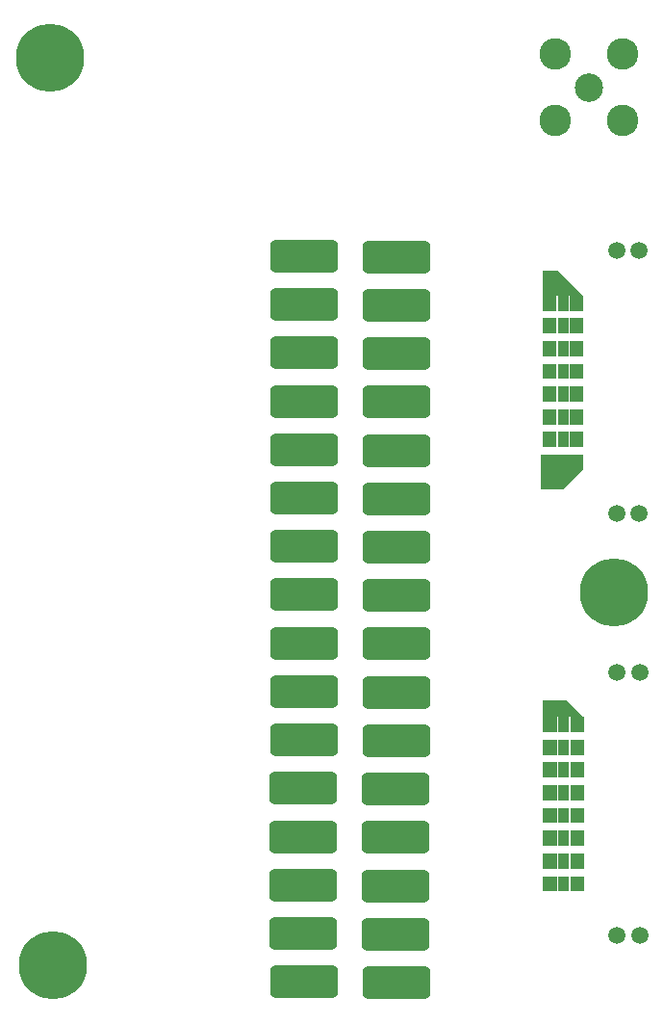
<source format=gbr>
%TF.GenerationSoftware,KiCad,Pcbnew,9.0.0*%
%TF.CreationDate,2025-05-27T23:15:15+02:00*%
%TF.ProjectId,PUTM_EV_PDMv2_PLAN_B_2024,5055544d-5f45-4565-9f50-444d76325f50,1.0*%
%TF.SameCoordinates,Original*%
%TF.FileFunction,Soldermask,Top*%
%TF.FilePolarity,Negative*%
%FSLAX46Y46*%
G04 Gerber Fmt 4.6, Leading zero omitted, Abs format (unit mm)*
G04 Created by KiCad (PCBNEW 9.0.0) date 2025-05-27 23:15:15*
%MOMM*%
%LPD*%
G01*
G04 APERTURE LIST*
G04 Aperture macros list*
%AMRoundRect*
0 Rectangle with rounded corners*
0 $1 Rounding radius*
0 $2 $3 $4 $5 $6 $7 $8 $9 X,Y pos of 4 corners*
0 Add a 4 corners polygon primitive as box body*
4,1,4,$2,$3,$4,$5,$6,$7,$8,$9,$2,$3,0*
0 Add four circle primitives for the rounded corners*
1,1,$1+$1,$2,$3*
1,1,$1+$1,$4,$5*
1,1,$1+$1,$6,$7*
1,1,$1+$1,$8,$9*
0 Add four rect primitives between the rounded corners*
20,1,$1+$1,$2,$3,$4,$5,0*
20,1,$1+$1,$4,$5,$6,$7,0*
20,1,$1+$1,$6,$7,$8,$9,0*
20,1,$1+$1,$8,$9,$2,$3,0*%
G04 Aperture macros list end*
%ADD10C,0.010000*%
%ADD11C,1.650000*%
%ADD12RoundRect,0.420000X-2.580000X-0.980000X2.580000X-0.980000X2.580000X0.980000X-2.580000X0.980000X0*%
%ADD13C,1.512000*%
%ADD14C,0.800000*%
%ADD15C,6.000000*%
%ADD16C,2.500000*%
%ADD17C,2.775000*%
G04 APERTURE END LIST*
D10*
%TO.C,J5*%
X169480000Y-80365000D02*
X168360000Y-80365000D01*
X168360000Y-79115000D01*
X169480000Y-79115000D01*
X169480000Y-80365000D01*
G36*
X169480000Y-80365000D02*
G01*
X168360000Y-80365000D01*
X168360000Y-79115000D01*
X169480000Y-79115000D01*
X169480000Y-80365000D01*
G37*
X169480000Y-82365000D02*
X168360000Y-82365000D01*
X168360000Y-81115000D01*
X169480000Y-81115000D01*
X169480000Y-82365000D01*
G36*
X169480000Y-82365000D02*
G01*
X168360000Y-82365000D01*
X168360000Y-81115000D01*
X169480000Y-81115000D01*
X169480000Y-82365000D01*
G37*
X169480000Y-84365000D02*
X168360000Y-84365000D01*
X168360000Y-83115000D01*
X169480000Y-83115000D01*
X169480000Y-84365000D01*
G36*
X169480000Y-84365000D02*
G01*
X168360000Y-84365000D01*
X168360000Y-83115000D01*
X169480000Y-83115000D01*
X169480000Y-84365000D01*
G37*
X169480000Y-86365000D02*
X168360000Y-86365000D01*
X168360000Y-85115000D01*
X169480000Y-85115000D01*
X169480000Y-86365000D01*
G36*
X169480000Y-86365000D02*
G01*
X168360000Y-86365000D01*
X168360000Y-85115000D01*
X169480000Y-85115000D01*
X169480000Y-86365000D01*
G37*
X169480000Y-88365000D02*
X168360000Y-88365000D01*
X168360000Y-87115000D01*
X169480000Y-87115000D01*
X169480000Y-88365000D01*
G36*
X169480000Y-88365000D02*
G01*
X168360000Y-88365000D01*
X168360000Y-87115000D01*
X169480000Y-87115000D01*
X169480000Y-88365000D01*
G37*
X169480000Y-90365000D02*
X168360000Y-90365000D01*
X168360000Y-89115000D01*
X169480000Y-89115000D01*
X169480000Y-90365000D01*
G36*
X169480000Y-90365000D02*
G01*
X168360000Y-90365000D01*
X168360000Y-89115000D01*
X169480000Y-89115000D01*
X169480000Y-90365000D01*
G37*
X169480000Y-92365000D02*
X168360000Y-92365000D01*
X168360000Y-91115000D01*
X169480000Y-91115000D01*
X169480000Y-92365000D01*
G36*
X169480000Y-92365000D02*
G01*
X168360000Y-92365000D01*
X168360000Y-91115000D01*
X169480000Y-91115000D01*
X169480000Y-92365000D01*
G37*
X169480000Y-94365000D02*
X168360000Y-94365000D01*
X168360000Y-93115000D01*
X169480000Y-93115000D01*
X169480000Y-94365000D01*
G36*
X169480000Y-94365000D02*
G01*
X168360000Y-94365000D01*
X168360000Y-93115000D01*
X169480000Y-93115000D01*
X169480000Y-94365000D01*
G37*
X170540000Y-80365000D02*
X169680000Y-80365000D01*
X169680000Y-79115000D01*
X170540000Y-79115000D01*
X170540000Y-80365000D01*
G36*
X170540000Y-80365000D02*
G01*
X169680000Y-80365000D01*
X169680000Y-79115000D01*
X170540000Y-79115000D01*
X170540000Y-80365000D01*
G37*
X170540000Y-82365000D02*
X169680000Y-82365000D01*
X169680000Y-81115000D01*
X170540000Y-81115000D01*
X170540000Y-82365000D01*
G36*
X170540000Y-82365000D02*
G01*
X169680000Y-82365000D01*
X169680000Y-81115000D01*
X170540000Y-81115000D01*
X170540000Y-82365000D01*
G37*
X170540000Y-84365000D02*
X169680000Y-84365000D01*
X169680000Y-83115000D01*
X170540000Y-83115000D01*
X170540000Y-84365000D01*
G36*
X170540000Y-84365000D02*
G01*
X169680000Y-84365000D01*
X169680000Y-83115000D01*
X170540000Y-83115000D01*
X170540000Y-84365000D01*
G37*
X170540000Y-86365000D02*
X169680000Y-86365000D01*
X169680000Y-85115000D01*
X170540000Y-85115000D01*
X170540000Y-86365000D01*
G36*
X170540000Y-86365000D02*
G01*
X169680000Y-86365000D01*
X169680000Y-85115000D01*
X170540000Y-85115000D01*
X170540000Y-86365000D01*
G37*
X170540000Y-88365000D02*
X169680000Y-88365000D01*
X169680000Y-87115000D01*
X170540000Y-87115000D01*
X170540000Y-88365000D01*
G36*
X170540000Y-88365000D02*
G01*
X169680000Y-88365000D01*
X169680000Y-87115000D01*
X170540000Y-87115000D01*
X170540000Y-88365000D01*
G37*
X170540000Y-90365000D02*
X169680000Y-90365000D01*
X169680000Y-89115000D01*
X170540000Y-89115000D01*
X170540000Y-90365000D01*
G36*
X170540000Y-90365000D02*
G01*
X169680000Y-90365000D01*
X169680000Y-89115000D01*
X170540000Y-89115000D01*
X170540000Y-90365000D01*
G37*
X170540000Y-92365000D02*
X169680000Y-92365000D01*
X169680000Y-91115000D01*
X170540000Y-91115000D01*
X170540000Y-92365000D01*
G36*
X170540000Y-92365000D02*
G01*
X169680000Y-92365000D01*
X169680000Y-91115000D01*
X170540000Y-91115000D01*
X170540000Y-92365000D01*
G37*
X170540000Y-94365000D02*
X169680000Y-94365000D01*
X169680000Y-93115000D01*
X170540000Y-93115000D01*
X170540000Y-94365000D01*
G36*
X170540000Y-94365000D02*
G01*
X169680000Y-94365000D01*
X169680000Y-93115000D01*
X170540000Y-93115000D01*
X170540000Y-94365000D01*
G37*
X171860000Y-80365000D02*
X170740000Y-80365000D01*
X170740000Y-79115000D01*
X171860000Y-79115000D01*
X171860000Y-80365000D01*
G36*
X171860000Y-80365000D02*
G01*
X170740000Y-80365000D01*
X170740000Y-79115000D01*
X171860000Y-79115000D01*
X171860000Y-80365000D01*
G37*
X171860000Y-82365000D02*
X170740000Y-82365000D01*
X170740000Y-81115000D01*
X171860000Y-81115000D01*
X171860000Y-82365000D01*
G36*
X171860000Y-82365000D02*
G01*
X170740000Y-82365000D01*
X170740000Y-81115000D01*
X171860000Y-81115000D01*
X171860000Y-82365000D01*
G37*
X171860000Y-84365000D02*
X170740000Y-84365000D01*
X170740000Y-83115000D01*
X171860000Y-83115000D01*
X171860000Y-84365000D01*
G36*
X171860000Y-84365000D02*
G01*
X170740000Y-84365000D01*
X170740000Y-83115000D01*
X171860000Y-83115000D01*
X171860000Y-84365000D01*
G37*
X171860000Y-86365000D02*
X170740000Y-86365000D01*
X170740000Y-85115000D01*
X171860000Y-85115000D01*
X171860000Y-86365000D01*
G36*
X171860000Y-86365000D02*
G01*
X170740000Y-86365000D01*
X170740000Y-85115000D01*
X171860000Y-85115000D01*
X171860000Y-86365000D01*
G37*
X171860000Y-88365000D02*
X170740000Y-88365000D01*
X170740000Y-87115000D01*
X171860000Y-87115000D01*
X171860000Y-88365000D01*
G36*
X171860000Y-88365000D02*
G01*
X170740000Y-88365000D01*
X170740000Y-87115000D01*
X171860000Y-87115000D01*
X171860000Y-88365000D01*
G37*
X171860000Y-90365000D02*
X170740000Y-90365000D01*
X170740000Y-89115000D01*
X171860000Y-89115000D01*
X171860000Y-90365000D01*
G36*
X171860000Y-90365000D02*
G01*
X170740000Y-90365000D01*
X170740000Y-89115000D01*
X171860000Y-89115000D01*
X171860000Y-90365000D01*
G37*
X171860000Y-92365000D02*
X170740000Y-92365000D01*
X170740000Y-91115000D01*
X171860000Y-91115000D01*
X171860000Y-92365000D01*
G36*
X171860000Y-92365000D02*
G01*
X170740000Y-92365000D01*
X170740000Y-91115000D01*
X171860000Y-91115000D01*
X171860000Y-92365000D01*
G37*
X171860000Y-94365000D02*
X170740000Y-94365000D01*
X170740000Y-93115000D01*
X171860000Y-93115000D01*
X171860000Y-94365000D01*
G36*
X171860000Y-94365000D02*
G01*
X170740000Y-94365000D01*
X170740000Y-93115000D01*
X171860000Y-93115000D01*
X171860000Y-94365000D01*
G37*
%TO.C,J8*%
X169520000Y-117405000D02*
X168400000Y-117405000D01*
X168400000Y-116155000D01*
X169520000Y-116155000D01*
X169520000Y-117405000D01*
G36*
X169520000Y-117405000D02*
G01*
X168400000Y-117405000D01*
X168400000Y-116155000D01*
X169520000Y-116155000D01*
X169520000Y-117405000D01*
G37*
X169520000Y-119405000D02*
X168400000Y-119405000D01*
X168400000Y-118155000D01*
X169520000Y-118155000D01*
X169520000Y-119405000D01*
G36*
X169520000Y-119405000D02*
G01*
X168400000Y-119405000D01*
X168400000Y-118155000D01*
X169520000Y-118155000D01*
X169520000Y-119405000D01*
G37*
X169520000Y-121405000D02*
X168400000Y-121405000D01*
X168400000Y-120155000D01*
X169520000Y-120155000D01*
X169520000Y-121405000D01*
G36*
X169520000Y-121405000D02*
G01*
X168400000Y-121405000D01*
X168400000Y-120155000D01*
X169520000Y-120155000D01*
X169520000Y-121405000D01*
G37*
X169520000Y-123405000D02*
X168400000Y-123405000D01*
X168400000Y-122155000D01*
X169520000Y-122155000D01*
X169520000Y-123405000D01*
G36*
X169520000Y-123405000D02*
G01*
X168400000Y-123405000D01*
X168400000Y-122155000D01*
X169520000Y-122155000D01*
X169520000Y-123405000D01*
G37*
X169520000Y-125405000D02*
X168400000Y-125405000D01*
X168400000Y-124155000D01*
X169520000Y-124155000D01*
X169520000Y-125405000D01*
G36*
X169520000Y-125405000D02*
G01*
X168400000Y-125405000D01*
X168400000Y-124155000D01*
X169520000Y-124155000D01*
X169520000Y-125405000D01*
G37*
X169520000Y-127405000D02*
X168400000Y-127405000D01*
X168400000Y-126155000D01*
X169520000Y-126155000D01*
X169520000Y-127405000D01*
G36*
X169520000Y-127405000D02*
G01*
X168400000Y-127405000D01*
X168400000Y-126155000D01*
X169520000Y-126155000D01*
X169520000Y-127405000D01*
G37*
X169520000Y-129405000D02*
X168400000Y-129405000D01*
X168400000Y-128155000D01*
X169520000Y-128155000D01*
X169520000Y-129405000D01*
G36*
X169520000Y-129405000D02*
G01*
X168400000Y-129405000D01*
X168400000Y-128155000D01*
X169520000Y-128155000D01*
X169520000Y-129405000D01*
G37*
X169520000Y-131405000D02*
X168400000Y-131405000D01*
X168400000Y-130155000D01*
X169520000Y-130155000D01*
X169520000Y-131405000D01*
G36*
X169520000Y-131405000D02*
G01*
X168400000Y-131405000D01*
X168400000Y-130155000D01*
X169520000Y-130155000D01*
X169520000Y-131405000D01*
G37*
X170580000Y-117405000D02*
X169720000Y-117405000D01*
X169720000Y-116155000D01*
X170580000Y-116155000D01*
X170580000Y-117405000D01*
G36*
X170580000Y-117405000D02*
G01*
X169720000Y-117405000D01*
X169720000Y-116155000D01*
X170580000Y-116155000D01*
X170580000Y-117405000D01*
G37*
X170580000Y-119405000D02*
X169720000Y-119405000D01*
X169720000Y-118155000D01*
X170580000Y-118155000D01*
X170580000Y-119405000D01*
G36*
X170580000Y-119405000D02*
G01*
X169720000Y-119405000D01*
X169720000Y-118155000D01*
X170580000Y-118155000D01*
X170580000Y-119405000D01*
G37*
X170580000Y-121405000D02*
X169720000Y-121405000D01*
X169720000Y-120155000D01*
X170580000Y-120155000D01*
X170580000Y-121405000D01*
G36*
X170580000Y-121405000D02*
G01*
X169720000Y-121405000D01*
X169720000Y-120155000D01*
X170580000Y-120155000D01*
X170580000Y-121405000D01*
G37*
X170580000Y-123405000D02*
X169720000Y-123405000D01*
X169720000Y-122155000D01*
X170580000Y-122155000D01*
X170580000Y-123405000D01*
G36*
X170580000Y-123405000D02*
G01*
X169720000Y-123405000D01*
X169720000Y-122155000D01*
X170580000Y-122155000D01*
X170580000Y-123405000D01*
G37*
X170580000Y-125405000D02*
X169720000Y-125405000D01*
X169720000Y-124155000D01*
X170580000Y-124155000D01*
X170580000Y-125405000D01*
G36*
X170580000Y-125405000D02*
G01*
X169720000Y-125405000D01*
X169720000Y-124155000D01*
X170580000Y-124155000D01*
X170580000Y-125405000D01*
G37*
X170580000Y-127405000D02*
X169720000Y-127405000D01*
X169720000Y-126155000D01*
X170580000Y-126155000D01*
X170580000Y-127405000D01*
G36*
X170580000Y-127405000D02*
G01*
X169720000Y-127405000D01*
X169720000Y-126155000D01*
X170580000Y-126155000D01*
X170580000Y-127405000D01*
G37*
X170580000Y-129405000D02*
X169720000Y-129405000D01*
X169720000Y-128155000D01*
X170580000Y-128155000D01*
X170580000Y-129405000D01*
G36*
X170580000Y-129405000D02*
G01*
X169720000Y-129405000D01*
X169720000Y-128155000D01*
X170580000Y-128155000D01*
X170580000Y-129405000D01*
G37*
X170580000Y-131405000D02*
X169720000Y-131405000D01*
X169720000Y-130155000D01*
X170580000Y-130155000D01*
X170580000Y-131405000D01*
G36*
X170580000Y-131405000D02*
G01*
X169720000Y-131405000D01*
X169720000Y-130155000D01*
X170580000Y-130155000D01*
X170580000Y-131405000D01*
G37*
X171900000Y-117405000D02*
X170780000Y-117405000D01*
X170780000Y-116155000D01*
X171900000Y-116155000D01*
X171900000Y-117405000D01*
G36*
X171900000Y-117405000D02*
G01*
X170780000Y-117405000D01*
X170780000Y-116155000D01*
X171900000Y-116155000D01*
X171900000Y-117405000D01*
G37*
X171900000Y-119405000D02*
X170780000Y-119405000D01*
X170780000Y-118155000D01*
X171900000Y-118155000D01*
X171900000Y-119405000D01*
G36*
X171900000Y-119405000D02*
G01*
X170780000Y-119405000D01*
X170780000Y-118155000D01*
X171900000Y-118155000D01*
X171900000Y-119405000D01*
G37*
X171900000Y-121405000D02*
X170780000Y-121405000D01*
X170780000Y-120155000D01*
X171900000Y-120155000D01*
X171900000Y-121405000D01*
G36*
X171900000Y-121405000D02*
G01*
X170780000Y-121405000D01*
X170780000Y-120155000D01*
X171900000Y-120155000D01*
X171900000Y-121405000D01*
G37*
X171900000Y-123405000D02*
X170780000Y-123405000D01*
X170780000Y-122155000D01*
X171900000Y-122155000D01*
X171900000Y-123405000D01*
G36*
X171900000Y-123405000D02*
G01*
X170780000Y-123405000D01*
X170780000Y-122155000D01*
X171900000Y-122155000D01*
X171900000Y-123405000D01*
G37*
X171900000Y-125405000D02*
X170780000Y-125405000D01*
X170780000Y-124155000D01*
X171900000Y-124155000D01*
X171900000Y-125405000D01*
G36*
X171900000Y-125405000D02*
G01*
X170780000Y-125405000D01*
X170780000Y-124155000D01*
X171900000Y-124155000D01*
X171900000Y-125405000D01*
G37*
X171900000Y-127405000D02*
X170780000Y-127405000D01*
X170780000Y-126155000D01*
X171900000Y-126155000D01*
X171900000Y-127405000D01*
G36*
X171900000Y-127405000D02*
G01*
X170780000Y-127405000D01*
X170780000Y-126155000D01*
X171900000Y-126155000D01*
X171900000Y-127405000D01*
G37*
X171900000Y-129405000D02*
X170780000Y-129405000D01*
X170780000Y-128155000D01*
X171900000Y-128155000D01*
X171900000Y-129405000D01*
G36*
X171900000Y-129405000D02*
G01*
X170780000Y-129405000D01*
X170780000Y-128155000D01*
X171900000Y-128155000D01*
X171900000Y-129405000D01*
G37*
X171900000Y-131405000D02*
X170780000Y-131405000D01*
X170780000Y-130155000D01*
X171900000Y-130155000D01*
X171900000Y-131405000D01*
G36*
X171900000Y-131405000D02*
G01*
X170780000Y-131405000D01*
X170780000Y-130155000D01*
X171900000Y-130155000D01*
X171900000Y-131405000D01*
G37*
%TD*%
D11*
%TO.C,TSAL/HV_1*%
X145550000Y-139430000D03*
D12*
X147380000Y-139430000D03*
D11*
X149210000Y-139430000D03*
X153670000Y-139500000D03*
D12*
X155500000Y-139500000D03*
D11*
X157330000Y-139500000D03*
%TD*%
%TO.C,BRAKE/IR/AIR_1*%
X145505000Y-118160000D03*
D12*
X147335000Y-118160000D03*
D11*
X149165000Y-118160000D03*
X153625000Y-118230000D03*
D12*
X155455000Y-118230000D03*
D11*
X157285000Y-118230000D03*
%TD*%
%TO.C,INVERTER_2*%
X145470000Y-126680000D03*
D12*
X147300000Y-126680000D03*
D11*
X149130000Y-126680000D03*
X153590000Y-126750000D03*
D12*
X155420000Y-126750000D03*
D11*
X157250000Y-126750000D03*
%TD*%
%TO.C,FAN_1*%
X145530000Y-88410000D03*
D12*
X147360000Y-88410000D03*
D11*
X149190000Y-88410000D03*
X153650000Y-88480000D03*
D12*
X155480000Y-88480000D03*
D11*
X157310000Y-88480000D03*
%TD*%
D13*
%TO.C,J5*%
X174860000Y-98290000D03*
X176860000Y-98290000D03*
X174860000Y-75190000D03*
X176860000Y-75190000D03*
%TD*%
D14*
%TO.C,REF\u002A\u002A*%
X172340990Y-105250000D03*
X173000000Y-103659010D03*
X173000000Y-106840990D03*
X174590990Y-103000000D03*
D15*
X174590990Y-105250000D03*
D14*
X174590990Y-107500000D03*
X176181980Y-103659010D03*
X176181980Y-106840990D03*
X176840990Y-105250000D03*
%TD*%
D11*
%TO.C,PC_4*%
X145530000Y-92660000D03*
D12*
X147360000Y-92660000D03*
D11*
X149190000Y-92660000D03*
X153650000Y-92730000D03*
D12*
X155480000Y-92730000D03*
D11*
X157310000Y-92730000D03*
%TD*%
%TO.C,PUMP_1*%
X145530000Y-84160000D03*
D12*
X147360000Y-84160000D03*
D11*
X149190000Y-84160000D03*
X153650000Y-84230000D03*
D12*
X155480000Y-84230000D03*
D11*
X157310000Y-84230000D03*
%TD*%
%TO.C,INVERTER_1*%
X145470000Y-130930000D03*
D12*
X147300000Y-130930000D03*
D11*
X149130000Y-130930000D03*
X153590000Y-131000000D03*
D12*
X155420000Y-131000000D03*
D11*
X157250000Y-131000000D03*
%TD*%
%TO.C,PUMP_2*%
X145530000Y-79910000D03*
D12*
X147360000Y-79910000D03*
D11*
X149190000Y-79910000D03*
X153650000Y-79980000D03*
D12*
X155480000Y-79980000D03*
D11*
X157310000Y-79980000D03*
%TD*%
D13*
%TO.C,J8*%
X174900000Y-135330000D03*
X176900000Y-135330000D03*
X174900000Y-112230000D03*
X176900000Y-112230000D03*
%TD*%
D16*
%TO.C,J2*%
X172435000Y-60815000D03*
D17*
X169500000Y-63750000D03*
X175370000Y-63750000D03*
X175370000Y-57880000D03*
X169500000Y-57880000D03*
%TD*%
D11*
%TO.C,REARBOX/DIAGPORT/BRAKE_L_1*%
X145470000Y-135180000D03*
D12*
X147300000Y-135180000D03*
D11*
X149130000Y-135180000D03*
X153590000Y-135250000D03*
D12*
X155420000Y-135250000D03*
D11*
X157250000Y-135250000D03*
%TD*%
%TO.C,SDC/ASMS_1*%
X145505000Y-113910000D03*
D12*
X147335000Y-113910000D03*
D11*
X149165000Y-113910000D03*
X153625000Y-113980000D03*
D12*
X155455000Y-113980000D03*
D11*
X157285000Y-113980000D03*
%TD*%
D14*
%TO.C,REF\u002A\u002A*%
X122750000Y-58250000D03*
X123409010Y-56659010D03*
X123409010Y-59840990D03*
X125000000Y-56000000D03*
D15*
X125000000Y-58250000D03*
D14*
X125000000Y-60500000D03*
X126590990Y-56659010D03*
X126590990Y-59840990D03*
X127250000Y-58250000D03*
%TD*%
D11*
%TO.C,PC_3*%
X145530000Y-96910000D03*
D12*
X147360000Y-96910000D03*
D11*
X149190000Y-96910000D03*
X153650000Y-96980000D03*
D12*
X155480000Y-96980000D03*
D11*
X157310000Y-96980000D03*
%TD*%
D14*
%TO.C,REF\u002A\u002A*%
X123000000Y-138000000D03*
X123659010Y-136409010D03*
X123659010Y-139590990D03*
X125250000Y-135750000D03*
D15*
X125250000Y-138000000D03*
D14*
X125250000Y-140250000D03*
X126840990Y-136409010D03*
X126840990Y-139590990D03*
X127500000Y-138000000D03*
%TD*%
D11*
%TO.C,PC_1*%
X145530000Y-105410000D03*
D12*
X147360000Y-105410000D03*
D11*
X149190000Y-105410000D03*
X153650000Y-105480000D03*
D12*
X155480000Y-105480000D03*
D11*
X157310000Y-105480000D03*
%TD*%
%TO.C,FBOX_1*%
X145470000Y-122430000D03*
D12*
X147300000Y-122430000D03*
D11*
X149130000Y-122430000D03*
X153590000Y-122500000D03*
D12*
X155420000Y-122500000D03*
D11*
X157250000Y-122500000D03*
%TD*%
%TO.C,FAN_2*%
X145530000Y-75660000D03*
D12*
X147360000Y-75660000D03*
D11*
X149190000Y-75660000D03*
X153650000Y-75730000D03*
D12*
X155480000Y-75730000D03*
D11*
X157310000Y-75730000D03*
%TD*%
%TO.C,DASH_1*%
X145505000Y-109660000D03*
D12*
X147335000Y-109660000D03*
D11*
X149165000Y-109660000D03*
X153625000Y-109730000D03*
D12*
X155455000Y-109730000D03*
D11*
X157285000Y-109730000D03*
%TD*%
%TO.C,PC_2*%
X145530000Y-101160000D03*
D12*
X147360000Y-101160000D03*
D11*
X149190000Y-101160000D03*
X153650000Y-101230000D03*
D12*
X155480000Y-101230000D03*
D11*
X157310000Y-101230000D03*
%TD*%
G36*
X169700566Y-76924152D02*
G01*
X171900848Y-79124434D01*
X171901000Y-79124801D01*
X171901000Y-79175414D01*
X171900414Y-79176000D01*
X168399586Y-79176000D01*
X168399000Y-79175414D01*
X168399000Y-77750414D01*
X168394152Y-77745566D01*
X168394000Y-77745199D01*
X168394000Y-76924586D01*
X168394586Y-76924000D01*
X169700199Y-76924000D01*
X169700566Y-76924152D01*
G37*
G36*
X170465566Y-114689152D02*
G01*
X171900848Y-116124434D01*
X171901000Y-116124801D01*
X171901000Y-116150414D01*
X171900414Y-116151000D01*
X168399586Y-116151000D01*
X168399000Y-116150414D01*
X168399000Y-114689586D01*
X168399586Y-114689000D01*
X170465199Y-114689000D01*
X170465566Y-114689152D01*
G37*
G36*
X171901000Y-93124586D02*
G01*
X171901000Y-94375199D01*
X171900848Y-94375566D01*
X170150566Y-96125848D01*
X170150199Y-96126000D01*
X168224586Y-96126000D01*
X168224000Y-96125414D01*
X168224000Y-93124586D01*
X168224586Y-93124000D01*
X171900414Y-93124000D01*
X171901000Y-93124586D01*
G37*
M02*

</source>
